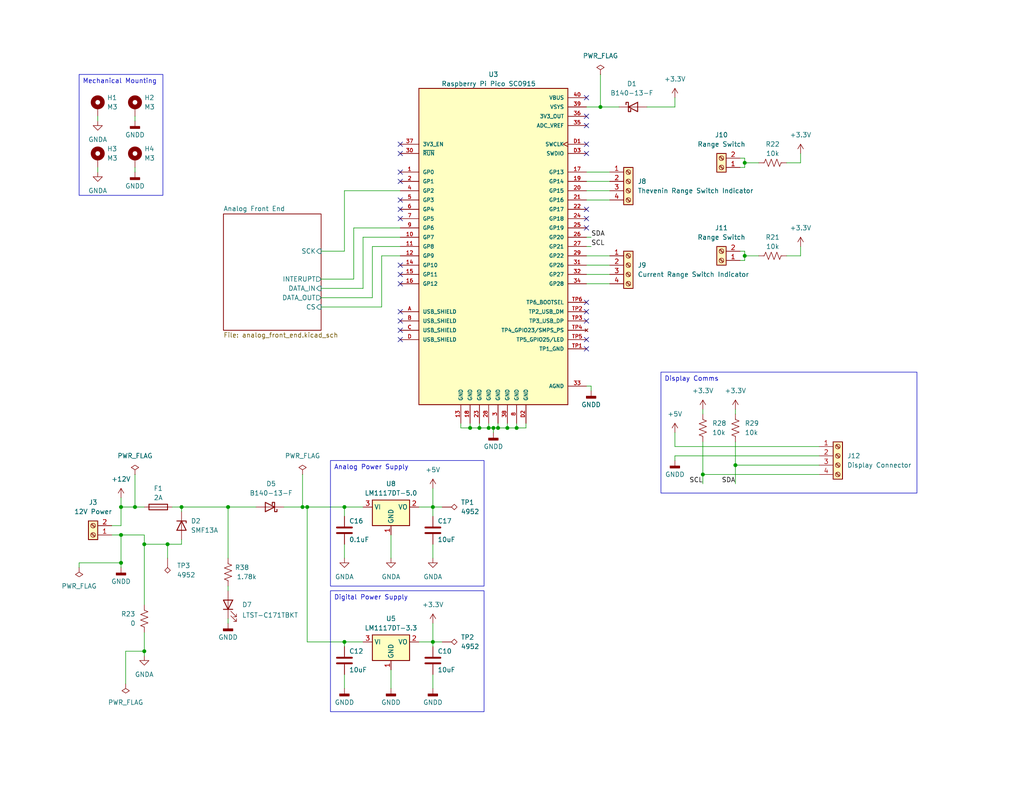
<source format=kicad_sch>
(kicad_sch (version 20230121) (generator eeschema)
  (paper "A")
  (title_block (title "LCR Meter") (date "2023-10-27") (rev "1"))
  (lib_symbols
    (symbol "Connector:Screw_Terminal_01x02" (pin_names (offset 1.016) hide)
      (property "Reference" "J" (at 0 2.54 0))
      (property "Value" "Screw_Terminal_01x02" (at 0 -5.08 0))
      (symbol "Screw_Terminal_01x02_1_1"
        (rectangle (start -1.27 1.27) (end 1.27 -3.81) (stroke (width 0.254)) (fill (type background)))
        (circle (center 0 -2.54) (radius 0.635) (stroke (width 0.1524)))
        (polyline (pts (xy -0.5334 -2.2098) (xy 0.3302 -3.048)) (stroke (width 0.1524)))
        (polyline (pts (xy -0.5334 0.3302) (xy 0.3302 -0.508)) (stroke (width 0.1524)))
        (polyline (pts (xy -0.3556 -2.032) (xy 0.508 -2.8702)) (stroke (width 0.1524)))
        (polyline (pts (xy -0.3556 0.508) (xy 0.508 -0.3302)) (stroke (width 0.1524)))
        (circle (center 0 0) (radius 0.635) (stroke (width 0.1524)))
        (pin passive line (at -5.08 0 0) (length 3.81) (name "Pin_1") (number "1"))
        (pin passive line (at -5.08 -2.54 0) (length 3.81) (name "Pin_2") (number "2"))
      )
    )
    (symbol "Connector:Screw_Terminal_01x04" (pin_names (offset 1.016) hide)
      (property "Reference" "J" (at 0 5.08 0))
      (property "Value" "Screw_Terminal_01x04" (at 0 -7.62 0))
      (symbol "Screw_Terminal_01x04_1_1"
        (rectangle (start -1.27 3.81) (end 1.27 -6.35) (stroke (width 0.254)) (fill (type background)))
        (circle (center 0 -5.08) (radius 0.635) (stroke (width 0.1524)))
        (circle (center 0 -2.54) (radius 0.635) (stroke (width 0.1524)))
        (polyline (pts (xy -0.5334 -4.7498) (xy 0.3302 -5.588)) (stroke (width 0.1524)))
        (polyline (pts (xy -0.5334 -2.2098) (xy 0.3302 -3.048)) (stroke (width 0.1524)))
        (polyline (pts (xy -0.5334 0.3302) (xy 0.3302 -0.508)) (stroke (width 0.1524)))
        (polyline (pts (xy -0.5334 2.8702) (xy 0.3302 2.032)) (stroke (width 0.1524)))
        (polyline (pts (xy -0.3556 -4.572) (xy 0.508 -5.4102)) (stroke (width 0.1524)))
        (polyline (pts (xy -0.3556 -2.032) (xy 0.508 -2.8702)) (stroke (width 0.1524)))
        (polyline (pts (xy -0.3556 0.508) (xy 0.508 -0.3302)) (stroke (width 0.1524)))
        (polyline (pts (xy -0.3556 3.048) (xy 0.508 2.2098)) (stroke (width 0.1524)))
        (circle (center 0 0) (radius 0.635) (stroke (width 0.1524)))
        (circle (center 0 2.54) (radius 0.635) (stroke (width 0.1524)))
        (pin passive line (at -5.08 2.54 0) (length 3.81) (name "Pin_1") (number "1"))
        (pin passive line (at -5.08 0 0) (length 3.81) (name "Pin_2") (number "2"))
        (pin passive line (at -5.08 -2.54 0) (length 3.81) (name "Pin_3") (number "3"))
        (pin passive line (at -5.08 -5.08 0) (length 3.81) (name "Pin_4") (number "4"))
      )
    )
    (symbol "Connector:TestPoint_Alt" (pin_numbers hide) (pin_names (offset 0.762) hide)
      (property "Reference" "TP" (at 0 6.858 0))
      (property "Value" "TestPoint_Alt" (at 0 5.08 0))
      (symbol "TestPoint_Alt_0_1"
        (polyline (pts (xy 0 2.54) (xy -0.762 3.302) (xy 0 4.064) (xy 0.762 3.302) (xy 0 2.54)))
      )
      (symbol "TestPoint_Alt_1_1"
        (pin passive line (at 0 0 90) (length 2.54) (name "1") (number "1"))
      )
    )
    (symbol "Device:C" (pin_numbers hide) (pin_names (offset 0.254))
      (property "Reference" "C" (at 0.635 2.54 0))
      (property "Value" "C" (at 0.635 -2.54 0))
      (symbol "C_0_1"
        (polyline (pts (xy -2.032 -0.762) (xy 2.032 -0.762)) (stroke (width 0.508)))
        (polyline (pts (xy -2.032 0.762) (xy 2.032 0.762)) (stroke (width 0.508)))
      )
      (symbol "C_1_1"
        (pin passive line (at 0 3.81 270) (length 2.794) (name "~") (number "1"))
        (pin passive line (at 0 -3.81 90) (length 2.794) (name "~") (number "2"))
      )
    )
    (symbol "Device:D_Zener" (pin_numbers hide) (pin_names (offset 1.016) hide)
      (property "Reference" "D" (at 0 2.54 0))
      (property "Value" "D_Zener" (at 0 -2.54 0))
      (symbol "D_Zener_0_1"
        (polyline (pts (xy 1.27 0) (xy -1.27 0)))
        (polyline (pts (xy -1.27 -1.27) (xy -1.27 1.27) (xy -0.762 1.27)) (stroke (width 0.254)))
        (polyline (pts (xy 1.27 -1.27) (xy 1.27 1.27) (xy -1.27 0) (xy 1.27 -1.27)) (stroke (width 0.254)))
      )
      (symbol "D_Zener_1_1"
        (pin passive line (at -3.81 0 0) (length 2.54) (name "K") (number "1"))
        (pin passive line (at 3.81 0 180) (length 2.54) (name "A") (number "2"))
      )
    )
    (symbol "Device:Fuse" (pin_numbers hide) (pin_names (offset 0))
      (property "Reference" "F" (at 2.032 0 90))
      (property "Value" "Fuse" (at -1.905 0 90))
      (symbol "Fuse_0_1"
        (rectangle (start -0.762 -2.54) (end 0.762 2.54) (stroke (width 0.254)))
        (polyline (pts (xy 0 2.54) (xy 0 -2.54)))
      )
      (symbol "Fuse_1_1"
        (pin passive line (at 0 3.81 270) (length 1.27) (name "~") (number "1"))
        (pin passive line (at 0 -3.81 90) (length 1.27) (name "~") (number "2"))
      )
    )
    (symbol "Device:LED" (pin_numbers hide) (pin_names (offset 1.016) hide)
      (property "Reference" "D" (at 0 2.54 0))
      (property "Value" "LED" (at 0 -2.54 0))
      (symbol "LED_0_1"
        (polyline (pts (xy -1.27 -1.27) (xy -1.27 1.27)) (stroke (width 0.254)))
        (polyline (pts (xy -1.27 0) (xy 1.27 0)))
        (polyline (pts (xy 1.27 -1.27) (xy 1.27 1.27) (xy -1.27 0) (xy 1.27 -1.27)) (stroke (width 0.254)))
        (polyline (pts (xy -3.048 -0.762) (xy -4.572 -2.286) (xy -3.81 -2.286) (xy -4.572 -2.286) (xy -4.572 -1.524)))
        (polyline (pts (xy -1.778 -0.762) (xy -3.302 -2.286) (xy -2.54 -2.286) (xy -3.302 -2.286) (xy -3.302 -1.524)))
      )
      (symbol "LED_1_1"
        (pin passive line (at -3.81 0 0) (length 2.54) (name "K") (number "1"))
        (pin passive line (at 3.81 0 180) (length 2.54) (name "A") (number "2"))
      )
    )
    (symbol "Device:R_US" (pin_numbers hide) (pin_names (offset 0))
      (property "Reference" "R" (at 2.54 0 90))
      (property "Value" "R_US" (at -2.54 0 90))
      (symbol "R_US_0_1"
        (polyline (pts (xy 0 -2.286) (xy 0 -2.54)))
        (polyline (pts (xy 0 2.286) (xy 0 2.54)))
        (polyline (pts (xy 0 -0.762) (xy 1.016 -1.143) (xy 0 -1.524) (xy -1.016 -1.905) (xy 0 -2.286)))
        (polyline (pts (xy 0 0.762) (xy 1.016 0.381) (xy 0 0) (xy -1.016 -0.381) (xy 0 -0.762)))
        (polyline (pts (xy 0 2.286) (xy 1.016 1.905) (xy 0 1.524) (xy -1.016 1.143) (xy 0 0.762)))
      )
      (symbol "R_US_1_1"
        (pin passive line (at 0 3.81 270) (length 1.27) (name "~") (number "1"))
        (pin passive line (at 0 -3.81 90) (length 1.27) (name "~") (number "2"))
      )
    )
    (symbol "Diode:1N5817" (pin_numbers hide) (pin_names (offset 1.016) hide)
      (property "Reference" "D" (at 0 2.54 0))
      (property "Value" "1N5817" (at 0 -2.54 0))
      (symbol "1N5817_0_1"
        (polyline (pts (xy 1.27 0) (xy -1.27 0)))
        (polyline (pts (xy 1.27 1.27) (xy 1.27 -1.27) (xy -1.27 0) (xy 1.27 1.27)) (stroke (width 0.254)))
        (polyline (pts (xy -1.905 0.635) (xy -1.905 1.27) (xy -1.27 1.27) (xy -1.27 -1.27) (xy -0.635 -1.27) (xy -0.635 -0.635)) (stroke (width 0.254)))
      )
      (symbol "1N5817_1_1"
        (pin passive line (at -3.81 0 0) (length 2.54) (name "K") (number "1"))
        (pin passive line (at 3.81 0 180) (length 2.54) (name "A") (number "2"))
      )
    )
    (symbol "LCR_parts:SC0915" (pin_names (offset 1.016))
      (property "Reference" "U" (at -20.32 44.069 0))
      (property "Value" "SC0915" (at 10.16 43.18 0))
      (symbol "SC0915_0_0"
        (rectangle (start -20.32 -43.18) (end 20.32 43.18) (stroke (width 0.254)) (fill (type background)))
        (pin bidirectional line (at -25.4 20.32 0) (length 5.08) (name "GP0") (number "1"))
        (pin bidirectional line (at -25.4 2.54 0) (length 5.08) (name "GP7") (number "10"))
        (pin bidirectional line (at -25.4 0 0) (length 5.08) (name "GP8") (number "11"))
        (pin bidirectional line (at -25.4 -2.54 0) (length 5.08) (name "GP9") (number "12"))
        (pin power_in line (at -8.89 -48.26 90) (length 5.08) (name "GND") (number "13"))
        (pin bidirectional line (at -25.4 -5.08 0) (length 5.08) (name "GP10") (number "14"))
        (pin bidirectional line (at -25.4 -7.62 0) (length 5.08) (name "GP11") (number "15"))
        (pin bidirectional line (at -25.4 -10.16 0) (length 5.08) (name "GP12") (number "16"))
        (pin bidirectional line (at 25.4 20.32 180) (length 5.08) (name "GP13") (number "17"))
        (pin power_in line (at -6.35 -48.26 90) (length 5.08) (name "GND") (number "18"))
        (pin bidirectional line (at 25.4 17.78 180) (length 5.08) (name "GP14") (number "19"))
        (pin bidirectional line (at -25.4 17.78 0) (length 5.08) (name "GP1") (number "2"))
        (pin bidirectional line (at 25.4 15.24 180) (length 5.08) (name "GP15") (number "20"))
        (pin bidirectional line (at 25.4 12.7 180) (length 5.08) (name "GP16") (number "21"))
        (pin bidirectional line (at 25.4 10.16 180) (length 5.08) (name "GP17") (number "22"))
        (pin power_in line (at -3.81 -48.26 90) (length 5.08) (name "GND") (number "23"))
        (pin bidirectional line (at 25.4 7.62 180) (length 5.08) (name "GP18") (number "24"))
        (pin bidirectional line (at 25.4 5.08 180) (length 5.08) (name "GP19") (number "25"))
        (pin bidirectional line (at 25.4 2.54 180) (length 5.08) (name "GP20") (number "26"))
        (pin bidirectional line (at 25.4 0 180) (length 5.08) (name "GP21") (number "27"))
        (pin power_in line (at -1.27 -48.26 90) (length 5.08) (name "GND") (number "28"))
        (pin bidirectional line (at 25.4 -2.54 180) (length 5.08) (name "GP22") (number "29"))
        (pin power_in line (at 1.27 -48.26 90) (length 5.08) (name "GND") (number "3"))
        (pin input line (at -25.4 25.4 0) (length 5.08) (name "~{RUN}") (number "30"))
        (pin bidirectional line (at 25.4 -5.08 180) (length 5.08) (name "GP26") (number "31"))
        (pin bidirectional line (at 25.4 -7.62 180) (length 5.08) (name "GP27") (number "32"))
        (pin power_in line (at 25.4 -38.1 180) (length 5.08) (name "AGND") (number "33"))
        (pin bidirectional line (at 25.4 -10.16 180) (length 5.08) (name "GP28") (number "34"))
        (pin power_in line (at 25.4 33.02 180) (length 5.08) (name "ADC_VREF") (number "35"))
        (pin power_in line (at 25.4 35.56 180) (length 5.08) (name "3V3_OUT") (number "36"))
        (pin input line (at -25.4 27.94 0) (length 5.08) (name "3V3_EN") (number "37"))
        (pin power_in line (at 3.81 -48.26 90) (length 5.08) (name "GND") (number "38"))
        (pin power_in line (at 25.4 38.1 180) (length 5.08) (name "VSYS") (number "39"))
        (pin bidirectional line (at -25.4 15.24 0) (length 5.08) (name "GP2") (number "4"))
        (pin power_in line (at 25.4 40.64 180) (length 5.08) (name "VBUS") (number "40"))
        (pin bidirectional line (at -25.4 12.7 0) (length 5.08) (name "GP3") (number "5"))
        (pin bidirectional line (at -25.4 10.16 0) (length 5.08) (name "GP4") (number "6"))
        (pin bidirectional line (at -25.4 7.62 0) (length 5.08) (name "GP5") (number "7"))
        (pin power_in line (at 6.35 -48.26 90) (length 5.08) (name "GND") (number "8"))
        (pin bidirectional line (at -25.4 5.08 0) (length 5.08) (name "GP6") (number "9"))
        (pin power_in line (at -25.4 -17.78 0) (length 5.08) (name "USB_SHIELD") (number "A"))
        (pin power_in line (at -25.4 -20.32 0) (length 5.08) (name "USB_SHIELD") (number "B"))
        (pin power_in line (at -25.4 -22.86 0) (length 5.08) (name "USB_SHIELD") (number "C"))
        (pin power_in line (at -25.4 -25.4 0) (length 5.08) (name "USB_SHIELD") (number "D"))
        (pin input clock (at 25.4 27.94 180) (length 5.08) (name "SWCLK") (number "D1"))
        (pin power_in line (at 8.89 -48.26 90) (length 5.08) (name "GND") (number "D2"))
        (pin bidirectional line (at 25.4 25.4 180) (length 5.08) (name "SWDIO") (number "D3"))
        (pin power_in line (at 25.4 -27.94 180) (length 5.08) (name "TP1_GND") (number "TP1"))
        (pin bidirectional line (at 25.4 -17.78 180) (length 5.08) (name "TP2_USB_DM") (number "TP2"))
        (pin bidirectional line (at 25.4 -20.32 180) (length 5.08) (name "TP3_USB_DP") (number "TP3"))
        (pin no_connect line (at 25.4 -22.86 180) (length 5.08) (name "TP4_GPIO23/SMPS_PS") (number "TP4"))
        (pin output line (at 25.4 -25.4 180) (length 5.08) (name "TP5_GPIO25/LED") (number "TP5"))
        (pin input line (at 25.4 -15.24 180) (length 5.08) (name "TP6_BOOTSEL") (number "TP6"))
      )
    )
    (symbol "Mechanical:MountingHole_Pad" (pin_numbers hide) (pin_names (offset 1.016) hide)
      (property "Reference" "H" (at 0 6.35 0))
      (property "Value" "MountingHole_Pad" (at 0 4.445 0))
      (symbol "MountingHole_Pad_0_1"
        (circle (center 0 1.27) (radius 1.27) (stroke (width 1.27)))
      )
      (symbol "MountingHole_Pad_1_1"
        (pin input line (at 0 -2.54 90) (length 2.54) (name "1") (number "1"))
      )
    )
    (symbol "Regulator_Linear:LM1117DT-3.3"
      (property "Reference" "U" (at -3.81 3.175 0))
      (property "Value" "LM1117DT-3.3" (at 0 3.175 0))
      (symbol "LM1117DT-3.3_0_1"
        (rectangle (start -5.08 -5.08) (end 5.08 1.905) (stroke (width 0.254)) (fill (type background)))
      )
      (symbol "LM1117DT-3.3_1_1"
        (pin power_in line (at 0 -7.62 90) (length 2.54) (name "GND") (number "1"))
        (pin power_out line (at 7.62 0 180) (length 2.54) (name "VO") (number "2"))
        (pin power_in line (at -7.62 0 0) (length 2.54) (name "VI") (number "3"))
      )
    )
    (symbol "Regulator_Linear:LM1117DT-5.0"
      (property "Reference" "U" (at -3.81 3.175 0))
      (property "Value" "LM1117DT-5.0" (at 0 3.175 0))
      (symbol "LM1117DT-5.0_0_1"
        (rectangle (start -5.08 -5.08) (end 5.08 1.905) (stroke (width 0.254)) (fill (type background)))
      )
      (symbol "LM1117DT-5.0_1_1"
        (pin power_in line (at 0 -7.62 90) (length 2.54) (name "GND") (number "1"))
        (pin power_out line (at 7.62 0 180) (length 2.54) (name "VO") (number "2"))
        (pin power_in line (at -7.62 0 0) (length 2.54) (name "VI") (number "3"))
      )
    )
    (symbol "power:+12V" (power) (pin_names (offset 0))
      (property "Value" "+12V" (at 0 3.556 0))
      (symbol "+12V_0_1"
        (polyline (pts (xy -0.762 1.27) (xy 0 2.54)))
        (polyline (pts (xy 0 0) (xy 0 2.54)))
        (polyline (pts (xy 0 2.54) (xy 0.762 1.27)))
      )
      (symbol "+12V_1_1"
        (pin power_in line (at 0 0 90) (length 0) hide (name "+12V") (number "1"))
      )
    )
    (symbol "power:+3.3V" (power) (pin_names (offset 0))
      (property "Value" "+3.3V" (at 0 3.556 0))
      (symbol "+3.3V_0_1"
        (polyline (pts (xy -0.762 1.27) (xy 0 2.54)))
        (polyline (pts (xy 0 0) (xy 0 2.54)))
        (polyline (pts (xy 0 2.54) (xy 0.762 1.27)))
      )
      (symbol "+3.3V_1_1"
        (pin power_in line (at 0 0 90) (length 0) hide (name "+3.3V") (number "1"))
      )
    )
    (symbol "power:+5V" (power) (pin_names (offset 0))
      (property "Value" "+5V" (at 0 3.556 0))
      (symbol "+5V_0_1"
        (polyline (pts (xy -0.762 1.27) (xy 0 2.54)))
        (polyline (pts (xy 0 0) (xy 0 2.54)))
        (polyline (pts (xy 0 2.54) (xy 0.762 1.27)))
      )
      (symbol "+5V_1_1"
        (pin power_in line (at 0 0 90) (length 0) hide (name "+5V") (number "1"))
      )
    )
    (symbol "power:GNDA" (power) (pin_names (offset 0))
      (property "Value" "GNDA" (at 0 -3.81 0))
      (symbol "GNDA_0_1"
        (polyline (pts (xy 0 0) (xy 0 -1.27) (xy 1.27 -1.27) (xy 0 -2.54) (xy -1.27 -1.27) (xy 0 -1.27)))
      )
      (symbol "GNDA_1_1"
        (pin power_in line (at 0 0 270) (length 0) hide (name "GNDA") (number "1"))
      )
    )
    (symbol "power:GNDD" (power) (pin_names (offset 0))
      (property "Value" "GNDD" (at 0 -3.175 0))
      (symbol "GNDD_0_1"
        (rectangle (start -1.27 -1.524) (end 1.27 -2.032) (stroke (width 0.254)) (fill (type outline)))
        (polyline (pts (xy 0 0) (xy 0 -1.524)))
      )
      (symbol "GNDD_1_1"
        (pin power_in line (at 0 0 270) (length 0) hide (name "GNDD") (number "1"))
      )
    )
    (symbol "power:PWR_FLAG" (power) (pin_numbers hide) (pin_names (offset 0) hide)
      (property "Value" "PWR_FLAG" (at 0 3.81 0))
      (symbol "PWR_FLAG_0_0"
        (pin power_out line (at 0 0 90) (length 0) (name "pwr") (number "1"))
      )
      (symbol "PWR_FLAG_0_1"
        (polyline (pts (xy 0 0) (xy 0 1.27) (xy -1.016 1.905) (xy 0 2.54) (xy 1.016 1.905) (xy 0 1.27)))
      )
    )
  )
  (junction (at 82.55 138.43))
  (junction (at 93.98 138.43))
  (junction (at 39.37 177.8))
  (junction (at 45.72 148.59))
  (junction (at 33.02 146.05))
  (junction (at 203.2 69.85))
  (junction (at 135.89 116.84))
  (junction (at 33.02 138.43))
  (junction (at 130.81 116.84))
  (junction (at 49.53 138.43))
  (junction (at 134.62 116.84))
  (junction (at 33.02 153.67))
  (junction (at 128.27 116.84))
  (junction (at 138.43 116.84))
  (junction (at 163.83 29.21))
  (junction (at 118.11 175.26))
  (junction (at 203.2 44.45))
  (junction (at 118.11 138.43))
  (junction (at 62.23 138.43))
  (junction (at 83.82 138.43))
  (junction (at 39.37 148.59))
  (junction (at 133.35 116.84))
  (junction (at 140.97 116.84))
  (junction (at 191.77 129.54))
  (junction (at 36.83 138.43))
  (junction (at 200.66 127))
  (junction (at 93.98 175.26))
  (no_connect (at 160.02 41.91))
  (no_connect (at 109.22 74.93))
  (no_connect (at 109.22 77.47))
  (no_connect (at 160.02 87.63))
  (no_connect (at 160.02 62.23))
  (no_connect (at 109.22 46.99))
  (no_connect (at 160.02 95.25))
  (no_connect (at 160.02 92.71))
  (no_connect (at 160.02 85.09))
  (no_connect (at 109.22 90.17))
  (no_connect (at 109.22 49.53))
  (no_connect (at 160.02 82.55))
  (no_connect (at 160.02 39.37))
  (no_connect (at 109.22 72.39))
  (no_connect (at 109.22 59.69))
  (no_connect (at 109.22 87.63))
  (no_connect (at 109.22 54.61))
  (no_connect (at 109.22 57.15))
  (no_connect (at 160.02 57.15))
  (no_connect (at 109.22 92.71))
  (no_connect (at 160.02 34.29))
  (no_connect (at 160.02 31.75))
  (no_connect (at 109.22 85.09))
  (no_connect (at 160.02 26.67))
  (no_connect (at 109.22 41.91))
  (no_connect (at 160.02 59.69))
  (no_connect (at 109.22 39.37))
  (wire (pts (xy 62.23 160.02) (xy 62.23 161.29)))
  (wire (pts (xy 114.3 138.43) (xy 118.11 138.43)))
  (wire (pts (xy 200.66 127) (xy 200.66 132.08)))
  (wire (pts (xy 93.98 68.58) (xy 93.98 52.07)))
  (wire (pts (xy 160.02 46.99) (xy 166.37 46.99)))
  (wire (pts (xy 30.48 143.51) (xy 33.02 143.51)))
  (wire (pts (xy 49.53 148.59) (xy 45.72 148.59)))
  (wire (pts (xy 118.11 133.35) (xy 118.11 138.43)))
  (wire (pts (xy 62.23 138.43) (xy 62.23 152.4)))
  (wire (pts (xy 83.82 138.43) (xy 83.82 175.26)))
  (wire (pts (xy 203.2 44.45) (xy 203.2 45.72)))
  (wire (pts (xy 33.02 138.43) (xy 36.83 138.43)))
  (wire (pts (xy 128.27 116.84) (xy 130.81 116.84)))
  (wire (pts (xy 118.11 175.26) (xy 120.65 175.26)))
  (wire (pts (xy 160.02 105.41) (xy 161.29 105.41)))
  (wire (pts (xy 191.77 120.65) (xy 191.77 129.54)))
  (wire (pts (xy 184.15 121.92) (xy 184.15 118.11)))
  (wire (pts (xy 87.63 68.58) (xy 93.98 68.58)))
  (wire (pts (xy 133.35 115.57) (xy 133.35 116.84)))
  (wire (pts (xy 118.11 138.43) (xy 120.65 138.43)))
  (wire (pts (xy 39.37 172.72) (xy 39.37 177.8)))
  (wire (pts (xy 218.44 69.85) (xy 218.44 67.31)))
  (wire (pts (xy 99.06 64.77) (xy 99.06 78.74)))
  (wire (pts (xy 163.83 29.21) (xy 168.91 29.21)))
  (wire (pts (xy 62.23 138.43) (xy 69.85 138.43)))
  (wire (pts (xy 203.2 43.18) (xy 203.2 44.45)))
  (wire (pts (xy 101.6 81.28) (xy 87.63 81.28)))
  (wire (pts (xy 184.15 26.67) (xy 184.15 29.21)))
  (wire (pts (xy 21.59 153.67) (xy 33.02 153.67)))
  (wire (pts (xy 109.22 64.77) (xy 99.06 64.77)))
  (wire (pts (xy 36.83 129.54) (xy 36.83 138.43)))
  (wire (pts (xy 118.11 184.15) (xy 118.11 187.96)))
  (wire (pts (xy 39.37 177.8) (xy 39.37 179.07)))
  (wire (pts (xy 49.53 138.43) (xy 62.23 138.43)))
  (wire (pts (xy 160.02 52.07) (xy 166.37 52.07)))
  (wire (pts (xy 114.3 175.26) (xy 118.11 175.26)))
  (wire (pts (xy 87.63 83.82) (xy 104.14 83.82)))
  (wire (pts (xy 93.98 187.96) (xy 93.98 184.15)))
  (wire (pts (xy 21.59 153.67) (xy 21.59 154.94)))
  (wire (pts (xy 191.77 129.54) (xy 223.52 129.54)))
  (wire (pts (xy 33.02 146.05) (xy 33.02 153.67)))
  (wire (pts (xy 140.97 116.84) (xy 143.51 116.84)))
  (wire (pts (xy 203.2 69.85) (xy 207.01 69.85)))
  (wire (pts (xy 118.11 175.26) (xy 118.11 176.53)))
  (wire (pts (xy 34.29 177.8) (xy 39.37 177.8)))
  (wire (pts (xy 135.89 115.57) (xy 135.89 116.84)))
  (wire (pts (xy 161.29 105.41) (xy 161.29 106.68)))
  (wire (pts (xy 36.83 45.72) (xy 36.83 46.99)))
  (wire (pts (xy 160.02 72.39) (xy 166.37 72.39)))
  (wire (pts (xy 191.77 129.54) (xy 191.77 132.08)))
  (wire (pts (xy 49.53 147.32) (xy 49.53 148.59)))
  (wire (pts (xy 30.48 146.05) (xy 33.02 146.05)))
  (wire (pts (xy 160.02 49.53) (xy 166.37 49.53)))
  (wire (pts (xy 96.52 76.2) (xy 96.52 62.23)))
  (wire (pts (xy 134.62 116.84) (xy 134.62 118.11)))
  (wire (pts (xy 82.55 129.54) (xy 82.55 138.43)))
  (wire (pts (xy 203.2 45.72) (xy 201.93 45.72)))
  (wire (pts (xy 138.43 115.57) (xy 138.43 116.84)))
  (wire (pts (xy 133.35 116.84) (xy 134.62 116.84)))
  (wire (pts (xy 104.14 83.82) (xy 104.14 69.85)))
  (wire (pts (xy 34.29 186.69) (xy 34.29 177.8)))
  (wire (pts (xy 106.68 182.88) (xy 106.68 187.96)))
  (wire (pts (xy 49.53 138.43) (xy 49.53 139.7)))
  (wire (pts (xy 93.98 176.53) (xy 93.98 175.26)))
  (wire (pts (xy 176.53 29.21) (xy 184.15 29.21)))
  (wire (pts (xy 191.77 111.76) (xy 191.77 113.03)))
  (wire (pts (xy 39.37 146.05) (xy 39.37 148.59)))
  (wire (pts (xy 218.44 44.45) (xy 218.44 41.91)))
  (wire (pts (xy 109.22 67.31) (xy 101.6 67.31)))
  (wire (pts (xy 99.06 78.74) (xy 87.63 78.74)))
  (wire (pts (xy 87.63 76.2) (xy 96.52 76.2)))
  (wire (pts (xy 184.15 124.46) (xy 184.15 125.73)))
  (wire (pts (xy 82.55 138.43) (xy 83.82 138.43)))
  (wire (pts (xy 93.98 175.26) (xy 99.06 175.26)))
  (wire (pts (xy 160.02 29.21) (xy 163.83 29.21)))
  (wire (pts (xy 45.72 148.59) (xy 39.37 148.59)))
  (wire (pts (xy 200.66 127) (xy 223.52 127)))
  (wire (pts (xy 201.93 71.12) (xy 203.2 71.12)))
  (wire (pts (xy 62.23 168.91) (xy 62.23 170.18)))
  (wire (pts (xy 96.52 62.23) (xy 109.22 62.23)))
  (wire (pts (xy 118.11 170.18) (xy 118.11 175.26)))
  (wire (pts (xy 39.37 146.05) (xy 33.02 146.05)))
  (wire (pts (xy 160.02 74.93) (xy 166.37 74.93)))
  (wire (pts (xy 203.2 69.85) (xy 203.2 71.12)))
  (wire (pts (xy 134.62 116.84) (xy 135.89 116.84)))
  (wire (pts (xy 200.66 111.76) (xy 200.66 113.03)))
  (wire (pts (xy 33.02 138.43) (xy 33.02 143.51)))
  (wire (pts (xy 46.99 138.43) (xy 49.53 138.43)))
  (wire (pts (xy 83.82 138.43) (xy 93.98 138.43)))
  (wire (pts (xy 201.93 43.18) (xy 203.2 43.18)))
  (wire (pts (xy 125.73 115.57) (xy 125.73 116.84)))
  (wire (pts (xy 135.89 116.84) (xy 138.43 116.84)))
  (wire (pts (xy 214.63 44.45) (xy 218.44 44.45)))
  (wire (pts (xy 33.02 135.89) (xy 33.02 138.43)))
  (wire (pts (xy 140.97 115.57) (xy 140.97 116.84)))
  (wire (pts (xy 93.98 138.43) (xy 99.06 138.43)))
  (wire (pts (xy 93.98 148.59) (xy 93.98 152.4)))
  (wire (pts (xy 128.27 115.57) (xy 128.27 116.84)))
  (wire (pts (xy 104.14 69.85) (xy 109.22 69.85)))
  (wire (pts (xy 36.83 31.75) (xy 36.83 33.02)))
  (wire (pts (xy 118.11 138.43) (xy 118.11 140.97)))
  (wire (pts (xy 36.83 138.43) (xy 39.37 138.43)))
  (wire (pts (xy 130.81 116.84) (xy 133.35 116.84)))
  (wire (pts (xy 203.2 44.45) (xy 207.01 44.45)))
  (wire (pts (xy 93.98 138.43) (xy 93.98 140.97)))
  (wire (pts (xy 160.02 69.85) (xy 166.37 69.85)))
  (wire (pts (xy 223.52 124.46) (xy 184.15 124.46)))
  (wire (pts (xy 201.93 68.58) (xy 203.2 68.58)))
  (wire (pts (xy 26.67 31.75) (xy 26.67 33.02)))
  (wire (pts (xy 118.11 148.59) (xy 118.11 152.4)))
  (wire (pts (xy 33.02 153.67) (xy 33.02 154.94)))
  (wire (pts (xy 143.51 116.84) (xy 143.51 115.57)))
  (wire (pts (xy 125.73 116.84) (xy 128.27 116.84)))
  (wire (pts (xy 138.43 116.84) (xy 140.97 116.84)))
  (wire (pts (xy 163.83 20.32) (xy 163.83 29.21)))
  (wire (pts (xy 106.68 146.05) (xy 106.68 152.4)))
  (wire (pts (xy 223.52 121.92) (xy 184.15 121.92)))
  (wire (pts (xy 130.81 115.57) (xy 130.81 116.84)))
  (wire (pts (xy 200.66 120.65) (xy 200.66 127)))
  (wire (pts (xy 160.02 64.77) (xy 161.29 64.77)))
  (wire (pts (xy 39.37 148.59) (xy 39.37 165.1)))
  (wire (pts (xy 93.98 175.26) (xy 83.82 175.26)))
  (wire (pts (xy 203.2 68.58) (xy 203.2 69.85)))
  (wire (pts (xy 160.02 77.47) (xy 166.37 77.47)))
  (wire (pts (xy 26.67 45.72) (xy 26.67 46.99)))
  (wire (pts (xy 77.47 138.43) (xy 82.55 138.43)))
  (wire (pts (xy 160.02 54.61) (xy 166.37 54.61)))
  (wire (pts (xy 93.98 52.07) (xy 109.22 52.07)))
  (wire (pts (xy 45.72 148.59) (xy 45.72 152.4)))
  (wire (pts (xy 214.63 69.85) (xy 218.44 69.85)))
  (wire (pts (xy 160.02 67.31) (xy 161.29 67.31)))
  (wire (pts (xy 101.6 67.31) (xy 101.6 81.28)))
  (text_box "Analog Power Supply" (at 90.17 125.73 0) (size 41.91 34.29) (effects (font (size 1.27 1.27)) (justify left top)))
  (text_box "Display Comms" (at 180.34 101.6 0) (size 69.85 33.02) (effects (font (size 1.27 1.27)) (justify left top)))
  (text_box "Digital Power Supply" (at 90.17 161.29 0) (size 41.91 33.02) (effects (font (size 1.27 1.27)) (justify left top)))
  (text_box "Mechanical Mounting" (at 21.59 20.32 0) (size 22.86 33.02) (effects (font (size 1.27 1.27)) (justify left top)))
  (label "SDA" (at 161.29 64.77 0))
  (label "SDA" (at 200.66 132.08 180))
  (label "SCL" (at 161.29 67.31 0))
  (label "SCL" (at 191.77 132.08 180))
  (symbol (lib_id "power:GNDD") (at 161.29 106.68 0) (unit 1)
    (property "Reference" "#PWR041" (effects hide))
    (property "Value" "GNDD" (at 161.29 110.49 0))
  )
  (symbol (lib_id "Device:R_US") (at 210.82 69.85 270) (unit 1)
    (property "Reference" "R21" (at 210.82 64.77 90))
    (property "Value" "10k" (at 210.82 67.31 90))
    (property "Footprint" "Resistor_SMD:R_0805_2012Metric" (effects hide))
  )
  (symbol (lib_id "Device:R_US") (at 39.37 168.91 0) (unit 1)
    (property "Reference" "R23" (at 33.02 167.64 0) (effects (justify left)))
    (property "Value" "0" (at 35.56 170.18 0) (effects (justify left)))
    (property "Footprint" "Resistor_SMD:R_0805_2012Metric" (effects hide))
  )
  (symbol (lib_id "power:PWR_FLAG") (at 82.55 129.54 0) (unit 1)
    (property "Reference" "#FLG05" (effects hide))
    (property "Value" "PWR_FLAG" (at 82.55 124.46 0))
  )
  (symbol (lib_id "Mechanical:MountingHole_Pad") (at 36.83 43.18 0) (unit 1)
    (property "Reference" "H4" (at 39.37 40.64 0) (effects (justify left)))
    (property "Value" "M3" (at 39.37 43.18 0) (effects (justify left)))
    (property "Footprint" "MountingHole:MountingHole_3.2mm_M3_Pad_Via" (effects hide))
  )
  (symbol (lib_id "LCR_parts:SC0915") (at 134.62 67.31 0) (unit 1)
    (property "Reference" "U3" (at 134.62 20.32 0))
    (property "Value" "Raspberry Pi Pico SC0915" (at 133.35 22.86 0))
    (property "Footprint" "LC_meter:MODULE_SC0915" (effects hide))
    (property "MF" "Raspberry Pi" (effects hide))
    (property "Description" "\nRaspberry Pi Pico Embedded Dev Module | Raspberry Pi SC0915\n" (effects hide))
    (property "Package" "None" (effects hide))
    (property "Price" "None" (effects hide))
    (property "Check_prices" "https://www.snapeda.com/parts/SC0915/Raspberry+Pi/view-part/?ref=eda" (effects hide))
    (property "STANDARD" "Manufacturer Recommendations" (effects hide))
    (property "PARTREV" "1.9" (effects hide))
    (property "SnapEDA_Link" "https://www.snapeda.com/parts/SC0915/Raspberry+Pi/view-part/?ref=snap" (effects hide))
    (property "MP" "SC0915" (effects hide))
    (property "Purchase-URL" "https://www.snapeda.com/api/url_track_click_mouser/?unipart_id=6331605&manufacturer=Raspberry Pi&part_name=SC0915&search_term=raspberry pi pico" (effects hide))
    (property "MANUFACTURER" "Pi Supply" (effects hide))
    (property "Availability" "In Stock" (effects hide))
    (property "SNAPEDA_PN" "SC0915" (effects hide))
  )
  (symbol (lib_id "Connector:Screw_Terminal_01x04") (at 228.6 124.46 0) (unit 1)
    (property "Reference" "J12" (at 231.14 124.46 0) (effects (justify left)))
    (property "Value" "Display Connector" (at 231.14 127 0) (effects (justify left)))
    (property "Footprint" "TerminalBlock_Phoenix:TerminalBlock_Phoenix_MPT-0,5-4-2.54_1x04_P2.54mm_Horizontal" (effects hide))
  )
  (symbol (lib_id "Device:R_US") (at 62.23 156.21 180) (unit 1)
    (property "Reference" "R38" (at 66.04 154.94 0))
    (property "Value" "1.78k" (at 67.31 157.48 0))
    (property "Footprint" "Resistor_SMD:R_0805_2012Metric" (effects hide))
  )
  (symbol (lib_id "Connector:Screw_Terminal_01x02") (at 196.85 45.72 180) (unit 1)
    (property "Reference" "J10" (at 196.85 36.83 0))
    (property "Value" "Range Switch" (at 196.85 39.37 0))
    (property "Footprint" "TerminalBlock_Phoenix:TerminalBlock_Phoenix_MPT-0,5-2-2.54_1x02_P2.54mm_Horizontal" (effects hide))
  )
  (symbol (lib_id "power:+5V") (at 184.15 118.11 0) (unit 1)
    (property "Reference" "#PWR034" (effects hide))
    (property "Value" "+5V" (at 184.15 113.03 0))
  )
  (symbol (lib_id "Device:C") (at 93.98 144.78 0) (unit 1)
    (property "Reference" "C16" (at 95.25 142.24 0) (effects (justify left)))
    (property "Value" "0.1uF" (at 95.25 147.32 0) (effects (justify left)))
    (property "Footprint" "Capacitor_SMD:C_0805_2012Metric" (effects hide))
  )
  (symbol (lib_id "power:GNDA") (at 106.68 152.4 0) (unit 1)
    (property "Reference" "#PWR010" (effects hide))
    (property "Value" "GNDA" (at 106.68 157.48 0))
  )
  (symbol (lib_id "power:+3.3V") (at 184.15 26.67 0) (unit 1)
    (property "Reference" "#PWR031" (effects hide))
    (property "Value" "+3.3V" (at 184.15 21.59 0))
  )
  (symbol (lib_id "power:PWR_FLAG") (at 36.83 129.54 0) (unit 1)
    (property "Reference" "#FLG04" (effects hide))
    (property "Value" "PWR_FLAG" (at 36.83 124.46 0))
  )
  (symbol (lib_id "power:GNDA") (at 118.11 152.4 0) (unit 1)
    (property "Reference" "#PWR011" (effects hide))
    (property "Value" "GNDA" (at 118.11 157.48 0))
  )
  (symbol (lib_id "power:GNDD") (at 134.62 118.11 0) (unit 1)
    (property "Reference" "#PWR022" (effects hide))
    (property "Value" "GNDD" (at 134.62 121.92 0))
  )
  (symbol (lib_id "Device:R_US") (at 200.66 116.84 0) (unit 1)
    (property "Reference" "R29" (at 203.2 115.57 0) (effects (justify left)))
    (property "Value" "10k" (at 203.2 118.11 0) (effects (justify left)))
    (property "Footprint" "Resistor_SMD:R_0805_2012Metric" (effects hide))
  )
  (symbol (lib_id "power:GNDA") (at 26.67 46.99 0) (unit 1)
    (property "Reference" "#PWR046" (effects hide))
    (property "Value" "GNDA" (at 26.67 52.07 0))
  )
  (symbol (lib_id "Regulator_Linear:LM1117DT-5.0") (at 106.68 138.43 0) (unit 1)
    (property "Reference" "U8" (at 106.68 132.08 0))
    (property "Value" "LM1117DT-5.0" (at 106.68 134.62 0))
    (property "Footprint" "Package_TO_SOT_SMD:TO-252-3_TabPin2" (effects hide))
    (property "Datasheet" "http://www.ti.com/lit/ds/symlink/lm1117.pdf" (effects hide))
  )
  (symbol (lib_id "Mechanical:MountingHole_Pad") (at 36.83 29.21 0) (unit 1)
    (property "Reference" "H2" (at 39.37 26.67 0) (effects (justify left)))
    (property "Value" "M3" (at 39.37 29.21 0) (effects (justify left)))
    (property "Footprint" "MountingHole:MountingHole_3.2mm_M3_Pad_Via" (effects hide))
  )
  (symbol (lib_id "Device:LED") (at 62.23 165.1 90) (unit 1)
    (property "Reference" "D7" (at 66.04 165.1 90) (effects (justify right)))
    (property "Value" "LTST-C171TBKT" (at 66.04 167.9575 90) (effects (justify right)))
    (property "Footprint" "LED_SMD:LED_0805_2012Metric" (effects hide))
  )
  (symbol (lib_id "power:GNDD") (at 118.11 187.96 0) (unit 1)
    (property "Reference" "#PWR028" (effects hide))
    (property "Value" "GNDD" (at 118.11 191.77 0))
  )
  (symbol (lib_id "Device:C") (at 93.98 180.34 0) (unit 1)
    (property "Reference" "C12" (at 95.25 177.8 0) (effects (justify left)))
    (property "Value" "10uF" (at 95.25 182.88 0) (effects (justify left)))
    (property "Footprint" "Capacitor_SMD:C_0805_2012Metric" (effects hide))
  )
  (symbol (lib_id "Connector:TestPoint_Alt") (at 120.65 138.43 270) (unit 1)
    (property "Reference" "TP1" (at 125.73 137.16 90) (effects (justify left)))
    (property "Value" "4952" (at 125.73 139.7 90) (effects (justify left)))
    (property "Footprint" "Connector_Pin:Pin_D1.2mm_L10.2mm_W2.9mm_FlatFork" (effects hide))
  )
  (symbol (lib_id "Connector:Screw_Terminal_01x02") (at 196.85 71.12 180) (unit 1)
    (property "Reference" "J11" (at 196.85 62.23 0))
    (property "Value" "Range Switch" (at 196.85 64.77 0))
    (property "Footprint" "TerminalBlock_Phoenix:TerminalBlock_Phoenix_MPT-0,5-2-2.54_1x02_P2.54mm_Horizontal" (effects hide))
  )
  (symbol (lib_id "power:GNDD") (at 36.83 33.02 0) (unit 1)
    (property "Reference" "#PWR045" (effects hide))
    (property "Value" "GNDD" (at 36.83 36.83 0))
  )
  (symbol (lib_id "power:PWR_FLAG") (at 21.59 154.94 180) (unit 1)
    (property "Reference" "#FLG02" (effects hide))
    (property "Value" "PWR_FLAG" (at 21.59 160.02 0))
  )
  (symbol (lib_id "Device:R_US") (at 191.77 116.84 0) (unit 1)
    (property "Reference" "R28" (at 194.31 115.57 0) (effects (justify left)))
    (property "Value" "10k" (at 194.31 118.11 0) (effects (justify left)))
    (property "Footprint" "Resistor_SMD:R_0805_2012Metric" (effects hide))
  )
  (symbol (lib_id "power:+3.3V") (at 218.44 67.31 0) (unit 1)
    (property "Reference" "#PWR043" (effects hide))
    (property "Value" "+3.3V" (at 218.44 62.23 0))
  )
  (symbol (lib_id "Device:Fuse") (at 43.18 138.43 90) (unit 1)
    (property "Reference" "F1" (at 43.18 133.35 90))
    (property "Value" "2A" (at 43.18 135.89 90))
    (property "Footprint" "Fuse:Fuse_0805_2012Metric" (effects hide))
  )
  (symbol (lib_id "power:+5V") (at 118.11 133.35 0) (unit 1)
    (property "Reference" "#PWR040" (effects hide))
    (property "Value" "+5V" (at 118.11 128.27 0))
  )
  (symbol (lib_id "power:GNDD") (at 36.83 46.99 0) (unit 1)
    (property "Reference" "#PWR047" (effects hide))
    (property "Value" "GNDD" (at 36.83 50.8 0))
  )
  (symbol (lib_id "power:GNDD") (at 93.98 187.96 0) (unit 1)
    (property "Reference" "#PWR029" (effects hide))
    (property "Value" "GNDD" (at 93.98 191.77 0))
  )
  (symbol (lib_id "power:GNDD") (at 33.02 154.94 0) (unit 1)
    (property "Reference" "#PWR026" (effects hide))
    (property "Value" "GNDD" (at 33.02 158.75 0))
  )
  (symbol (lib_id "power:+3.3V") (at 118.11 170.18 0) (unit 1)
    (property "Reference" "#PWR030" (effects hide))
    (property "Value" "+3.3V" (at 118.11 165.1 0))
  )
  (symbol (lib_id "Connector:Screw_Terminal_01x04") (at 171.45 49.53 0) (unit 1)
    (property "Reference" "J8" (at 173.99 49.53 0) (effects (justify left)))
    (property "Value" "Thevenin Range Switch Indicator" (at 173.99 52.07 0) (effects (justify left)))
    (property "Footprint" "TerminalBlock_Phoenix:TerminalBlock_Phoenix_MPT-0,5-4-2.54_1x04_P2.54mm_Horizontal" (effects hide))
  )
  (symbol (lib_id "power:GNDA") (at 26.67 33.02 0) (unit 1)
    (property "Reference" "#PWR044" (effects hide))
    (property "Value" "GNDA" (at 26.67 38.1 0))
  )
  (symbol (lib_id "Device:R_US") (at 210.82 44.45 270) (unit 1)
    (property "Reference" "R22" (at 210.82 39.37 90))
    (property "Value" "10k" (at 210.82 41.91 90))
    (property "Footprint" "Resistor_SMD:R_0805_2012Metric" (effects hide))
  )
  (symbol (lib_id "power:PWR_FLAG") (at 163.83 20.32 0) (unit 1)
    (property "Reference" "#FLG03" (effects hide))
    (property "Value" "PWR_FLAG" (at 163.83 15.24 0))
  )
  (symbol (lib_id "Mechanical:MountingHole_Pad") (at 26.67 43.18 0) (unit 1)
    (property "Reference" "H3" (at 29.21 40.64 0) (effects (justify left)))
    (property "Value" "M3" (at 29.21 43.18 0) (effects (justify left)))
    (property "Footprint" "MountingHole:MountingHole_3.2mm_M3_Pad_Via" (effects hide))
  )
  (symbol (lib_id "Connector:TestPoint_Alt") (at 45.72 152.4 180) (unit 1)
    (property "Reference" "TP3" (at 48.26 154.432 0) (effects (justify right)))
    (property "Value" "4952" (at 48.26 156.972 0) (effects (justify right)))
    (property "Footprint" "Connector_Pin:Pin_D1.2mm_L10.2mm_W2.9mm_FlatFork" (effects hide))
  )
  (symbol (lib_id "Diode:1N5817") (at 73.66 138.43 180) (unit 1)
    (property "Reference" "D5" (at 73.9775 132.08 0))
    (property "Value" "B140-13-F" (at 73.9775 134.62 0))
    (property "Footprint" "Diode_SMD:D_SMA" (effects hide))
    (property "Datasheet" "http://www.vishay.com/docs/88525/1n5817.pdf" (effects hide))
  )
  (symbol (lib_id "power:GNDD") (at 184.15 125.73 0) (unit 1)
    (property "Reference" "#PWR035" (effects hide))
    (property "Value" "GNDD" (at 184.15 129.54 0))
  )
  (symbol (lib_id "Diode:1N5817") (at 172.72 29.21 0) (unit 1)
    (property "Reference" "D1" (at 172.4025 22.86 0))
    (property "Value" "B140-13-F" (at 172.4025 25.4 0))
    (property "Footprint" "Diode_SMD:D_SMA" (effects hide))
    (property "Datasheet" "http://www.vishay.com/docs/88525/1n5817.pdf" (effects hide))
  )
  (symbol (lib_id "power:GNDA") (at 39.37 179.07 0) (unit 1)
    (property "Reference" "#PWR013" (effects hide))
    (property "Value" "GNDA" (at 39.37 184.15 0))
  )
  (symbol (lib_id "power:+3.3V") (at 218.44 41.91 0) (unit 1)
    (property "Reference" "#PWR042" (effects hide))
    (property "Value" "+3.3V" (at 218.44 36.83 0))
  )
  (symbol (lib_id "Device:C") (at 118.11 144.78 0) (unit 1)
    (property "Reference" "C17" (at 119.38 142.24 0) (effects (justify left)))
    (property "Value" "10uF" (at 119.38 147.32 0) (effects (justify left)))
    (property "Footprint" "Capacitor_SMD:C_0805_2012Metric" (effects hide))
  )
  (symbol (lib_id "power:GNDA") (at 93.98 152.4 0) (unit 1)
    (property "Reference" "#PWR032" (effects hide))
    (property "Value" "GNDA" (at 93.98 157.48 0))
  )
  (symbol (lib_id "Device:D_Zener") (at 49.53 143.51 270) (unit 1)
    (property "Reference" "D2" (at 52.07 142.24 90) (effects (justify left)))
    (property "Value" "SMF13A" (at 52.07 144.78 90) (effects (justify left)))
    (property "Footprint" "Diode_SMD:D_SOD-123F" (effects hide))
  )
  (symbol (lib_id "power:+3.3V") (at 191.77 111.76 0) (unit 1)
    (property "Reference" "#PWR037" (effects hide))
    (property "Value" "+3.3V" (at 191.77 106.68 0))
  )
  (symbol (lib_id "Mechanical:MountingHole_Pad") (at 26.67 29.21 0) (unit 1)
    (property "Reference" "H1" (at 29.21 26.67 0) (effects (justify left)))
    (property "Value" "M3" (at 29.21 29.21 0) (effects (justify left)))
    (property "Footprint" "MountingHole:MountingHole_3.2mm_M3_Pad_Via" (effects hide))
  )
  (symbol (lib_id "Regulator_Linear:LM1117DT-3.3") (at 106.68 175.26 0) (unit 1)
    (property "Reference" "U5" (at 106.68 168.91 0))
    (property "Value" "LM1117DT-3.3" (at 106.68 171.45 0))
    (property "Footprint" "Package_TO_SOT_SMD:TO-252-3_TabPin2" (effects hide))
    (property "Datasheet" "http://www.ti.com/lit/ds/symlink/lm1117.pdf" (effects hide))
  )
  (symbol (lib_id "power:PWR_FLAG") (at 34.29 186.69 180) (unit 1)
    (property "Reference" "#FLG01" (effects hide))
    (property "Value" "PWR_FLAG" (at 34.29 191.77 0))
  )
  (symbol (lib_id "Connector:Screw_Terminal_01x02") (at 25.4 146.05 180) (unit 1)
    (property "Reference" "J3" (at 25.4 137.16 0))
    (property "Value" "12V Power" (at 25.4 139.7 0))
    (property "Footprint" "TerminalBlock_Phoenix:TerminalBlock_Phoenix_MPT-0,5-2-2.54_1x02_P2.54mm_Horizontal" (effects hide))
  )
  (symbol (lib_id "power:GNDD") (at 106.68 187.96 0) (unit 1)
    (property "Reference" "#PWR027" (effects hide))
    (property "Value" "GNDD" (at 106.68 191.77 0))
  )
  (symbol (lib_id "power:+12V") (at 33.02 135.89 0) (unit 1)
    (property "Reference" "#PWR033" (effects hide))
    (property "Value" "+12V" (at 33.02 130.81 0))
  )
  (symbol (lib_id "Device:C") (at 118.11 180.34 0) (unit 1)
    (property "Reference" "C10" (at 119.38 177.8 0) (effects (justify left)))
    (property "Value" "10uF" (at 119.38 182.88 0) (effects (justify left)))
    (property "Footprint" "Capacitor_SMD:C_0805_2012Metric" (effects hide))
  )
  (symbol (lib_id "power:GNDD") (at 62.23 170.18 0) (unit 1)
    (property "Reference" "#PWR012" (effects hide))
    (property "Value" "GNDD" (at 62.23 173.99 0))
  )
  (symbol (lib_id "Connector:TestPoint_Alt") (at 120.65 175.26 270) (unit 1)
    (property "Reference" "TP2" (at 125.73 173.99 90) (effects (justify left)))
    (property "Value" "4952" (at 125.73 176.53 90) (effects (justify left)))
    (property "Footprint" "Connector_Pin:Pin_D1.2mm_L10.2mm_W2.9mm_FlatFork" (effects hide))
  )
  (symbol (lib_id "Connector:Screw_Terminal_01x04") (at 171.45 72.39 0) (unit 1)
    (property "Reference" "J9" (at 173.99 72.39 0) (effects (justify left)))
    (property "Value" "Current Range Switch Indicator" (at 173.99 74.93 0) (effects (justify left)))
    (property "Footprint" "TerminalBlock_Phoenix:TerminalBlock_Phoenix_MPT-0,5-4-2.54_1x04_P2.54mm_Horizontal" (effects hide))
  )
  (symbol (lib_id "power:+3.3V") (at 200.66 111.76 0) (unit 1)
    (property "Reference" "#PWR036" (effects hide))
    (property "Value" "+3.3V" (at 200.66 106.68 0))
  )
  (sheet (at 60.96 58.42) (size 26.67 31.75) (stroke (width 0.1524))
    (property "Sheetname" "Analog Front End" (at 60.96 57.7084 0) (effects (justify left bottom)))
    (property "Sheetfile" "analog_front_end.kicad_sch" (at 60.96 90.7546 0) (effects (justify left top)))
    (pin "SCK" input (at 87.63 68.58 0))
    (pin "INTERUPT" output (at 87.63 76.2 0))
    (pin "DATA_IN" input (at 87.63 78.74 0))
    (pin "DATA_OUT" output (at 87.63 81.28 0))
    (pin "CS" input (at 87.63 83.82 0))
  )
)
</source>
